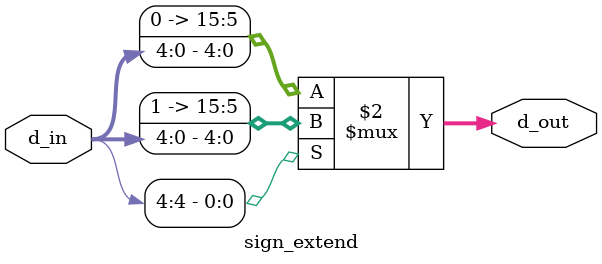
<source format=v>
/*--------------------------------------------------------------------------
    File Name :sign_extend.v
    File Description :
    Project Name :
    Author Name : abhaysinh chavda
    Creation Date : 25-02-2020
    Last Modified : Saturday 21 March 2020 10:46:13 PM IST
    Version :
    Organization : eitra        
--------------------------------------------------------------------------*/

`timescale 10ns/10ns

module sign_extend(
	output [15:0] d_out,
	input [4:0] d_in);

	assign d_out = (d_in[4] == 1'b0) ? {{11{1'b0}},d_in} : {{11{1'b1}},d_in};

endmodule

</source>
